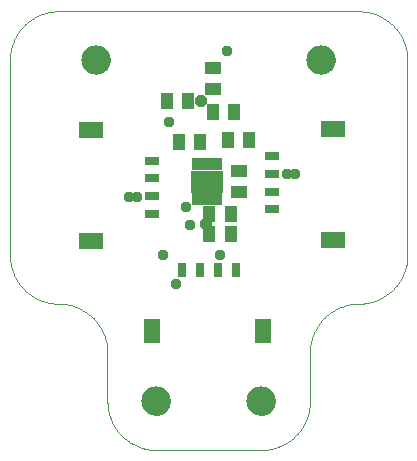
<source format=gbs>
G75*
%MOIN*%
%OFA0B0*%
%FSLAX25Y25*%
%IPPOS*%
%LPD*%
%AMOC8*
5,1,8,0,0,1.08239X$1,22.5*
%
%ADD10C,0.00000*%
%ADD11C,0.09800*%
%ADD12R,0.03950X0.05524*%
%ADD13R,0.05524X0.03950*%
%ADD14R,0.02000X0.04000*%
%ADD15R,0.10600X0.07700*%
%ADD16R,0.04737X0.03162*%
%ADD17R,0.07887X0.05721*%
%ADD18R,0.03162X0.04737*%
%ADD19R,0.05721X0.07887*%
%ADD20C,0.03778*%
%ADD21OC8,0.03778*%
D10*
X0047650Y0035150D02*
X0047645Y0035543D01*
X0047631Y0035935D01*
X0047607Y0036327D01*
X0047574Y0036718D01*
X0047532Y0037109D01*
X0047479Y0037498D01*
X0047418Y0037886D01*
X0047347Y0038272D01*
X0047267Y0038656D01*
X0047178Y0039039D01*
X0047079Y0039419D01*
X0046971Y0039797D01*
X0046855Y0040172D01*
X0046729Y0040544D01*
X0046594Y0040912D01*
X0046450Y0041278D01*
X0046298Y0041640D01*
X0046137Y0041998D01*
X0045967Y0042352D01*
X0045789Y0042702D01*
X0045602Y0043047D01*
X0045407Y0043388D01*
X0045204Y0043724D01*
X0044993Y0044055D01*
X0044773Y0044381D01*
X0044547Y0044702D01*
X0044312Y0045016D01*
X0044070Y0045326D01*
X0043820Y0045629D01*
X0043563Y0045926D01*
X0043299Y0046217D01*
X0043028Y0046501D01*
X0042751Y0046778D01*
X0042467Y0047049D01*
X0042176Y0047313D01*
X0041879Y0047570D01*
X0041576Y0047820D01*
X0041266Y0048062D01*
X0040952Y0048297D01*
X0040631Y0048523D01*
X0040305Y0048743D01*
X0039974Y0048954D01*
X0039638Y0049157D01*
X0039297Y0049352D01*
X0038952Y0049539D01*
X0038602Y0049717D01*
X0038248Y0049887D01*
X0037890Y0050048D01*
X0037528Y0050200D01*
X0037162Y0050344D01*
X0036794Y0050479D01*
X0036422Y0050605D01*
X0036047Y0050721D01*
X0035669Y0050829D01*
X0035289Y0050928D01*
X0034906Y0051017D01*
X0034522Y0051097D01*
X0034136Y0051168D01*
X0033748Y0051229D01*
X0033359Y0051282D01*
X0032968Y0051324D01*
X0032577Y0051357D01*
X0032185Y0051381D01*
X0031793Y0051395D01*
X0031400Y0051400D01*
X0031007Y0051405D01*
X0030615Y0051419D01*
X0030223Y0051443D01*
X0029832Y0051476D01*
X0029441Y0051518D01*
X0029052Y0051571D01*
X0028664Y0051632D01*
X0028278Y0051703D01*
X0027894Y0051783D01*
X0027511Y0051872D01*
X0027131Y0051971D01*
X0026753Y0052079D01*
X0026378Y0052195D01*
X0026006Y0052321D01*
X0025638Y0052456D01*
X0025272Y0052600D01*
X0024910Y0052752D01*
X0024552Y0052913D01*
X0024198Y0053083D01*
X0023848Y0053261D01*
X0023503Y0053448D01*
X0023162Y0053643D01*
X0022826Y0053846D01*
X0022495Y0054057D01*
X0022169Y0054277D01*
X0021848Y0054503D01*
X0021534Y0054738D01*
X0021224Y0054980D01*
X0020921Y0055230D01*
X0020624Y0055487D01*
X0020333Y0055751D01*
X0020049Y0056022D01*
X0019772Y0056299D01*
X0019501Y0056583D01*
X0019237Y0056874D01*
X0018980Y0057171D01*
X0018730Y0057474D01*
X0018488Y0057784D01*
X0018253Y0058098D01*
X0018027Y0058419D01*
X0017807Y0058745D01*
X0017596Y0059076D01*
X0017393Y0059412D01*
X0017198Y0059753D01*
X0017011Y0060098D01*
X0016833Y0060448D01*
X0016663Y0060802D01*
X0016502Y0061160D01*
X0016350Y0061522D01*
X0016206Y0061888D01*
X0016071Y0062256D01*
X0015945Y0062628D01*
X0015829Y0063003D01*
X0015721Y0063381D01*
X0015622Y0063761D01*
X0015533Y0064144D01*
X0015453Y0064528D01*
X0015382Y0064914D01*
X0015321Y0065302D01*
X0015268Y0065691D01*
X0015226Y0066082D01*
X0015193Y0066473D01*
X0015169Y0066865D01*
X0015155Y0067257D01*
X0015150Y0067650D01*
X0015150Y0132650D01*
X0015155Y0133043D01*
X0015169Y0133435D01*
X0015193Y0133827D01*
X0015226Y0134218D01*
X0015268Y0134609D01*
X0015321Y0134998D01*
X0015382Y0135386D01*
X0015453Y0135772D01*
X0015533Y0136156D01*
X0015622Y0136539D01*
X0015721Y0136919D01*
X0015829Y0137297D01*
X0015945Y0137672D01*
X0016071Y0138044D01*
X0016206Y0138412D01*
X0016350Y0138778D01*
X0016502Y0139140D01*
X0016663Y0139498D01*
X0016833Y0139852D01*
X0017011Y0140202D01*
X0017198Y0140547D01*
X0017393Y0140888D01*
X0017596Y0141224D01*
X0017807Y0141555D01*
X0018027Y0141881D01*
X0018253Y0142202D01*
X0018488Y0142516D01*
X0018730Y0142826D01*
X0018980Y0143129D01*
X0019237Y0143426D01*
X0019501Y0143717D01*
X0019772Y0144001D01*
X0020049Y0144278D01*
X0020333Y0144549D01*
X0020624Y0144813D01*
X0020921Y0145070D01*
X0021224Y0145320D01*
X0021534Y0145562D01*
X0021848Y0145797D01*
X0022169Y0146023D01*
X0022495Y0146243D01*
X0022826Y0146454D01*
X0023162Y0146657D01*
X0023503Y0146852D01*
X0023848Y0147039D01*
X0024198Y0147217D01*
X0024552Y0147387D01*
X0024910Y0147548D01*
X0025272Y0147700D01*
X0025638Y0147844D01*
X0026006Y0147979D01*
X0026378Y0148105D01*
X0026753Y0148221D01*
X0027131Y0148329D01*
X0027511Y0148428D01*
X0027894Y0148517D01*
X0028278Y0148597D01*
X0028664Y0148668D01*
X0029052Y0148729D01*
X0029441Y0148782D01*
X0029832Y0148824D01*
X0030223Y0148857D01*
X0030615Y0148881D01*
X0031007Y0148895D01*
X0031400Y0148900D01*
X0131400Y0148900D01*
X0131793Y0148895D01*
X0132185Y0148881D01*
X0132577Y0148857D01*
X0132968Y0148824D01*
X0133359Y0148782D01*
X0133748Y0148729D01*
X0134136Y0148668D01*
X0134522Y0148597D01*
X0134906Y0148517D01*
X0135289Y0148428D01*
X0135669Y0148329D01*
X0136047Y0148221D01*
X0136422Y0148105D01*
X0136794Y0147979D01*
X0137162Y0147844D01*
X0137528Y0147700D01*
X0137890Y0147548D01*
X0138248Y0147387D01*
X0138602Y0147217D01*
X0138952Y0147039D01*
X0139297Y0146852D01*
X0139638Y0146657D01*
X0139974Y0146454D01*
X0140305Y0146243D01*
X0140631Y0146023D01*
X0140952Y0145797D01*
X0141266Y0145562D01*
X0141576Y0145320D01*
X0141879Y0145070D01*
X0142176Y0144813D01*
X0142467Y0144549D01*
X0142751Y0144278D01*
X0143028Y0144001D01*
X0143299Y0143717D01*
X0143563Y0143426D01*
X0143820Y0143129D01*
X0144070Y0142826D01*
X0144312Y0142516D01*
X0144547Y0142202D01*
X0144773Y0141881D01*
X0144993Y0141555D01*
X0145204Y0141224D01*
X0145407Y0140888D01*
X0145602Y0140547D01*
X0145789Y0140202D01*
X0145967Y0139852D01*
X0146137Y0139498D01*
X0146298Y0139140D01*
X0146450Y0138778D01*
X0146594Y0138412D01*
X0146729Y0138044D01*
X0146855Y0137672D01*
X0146971Y0137297D01*
X0147079Y0136919D01*
X0147178Y0136539D01*
X0147267Y0136156D01*
X0147347Y0135772D01*
X0147418Y0135386D01*
X0147479Y0134998D01*
X0147532Y0134609D01*
X0147574Y0134218D01*
X0147607Y0133827D01*
X0147631Y0133435D01*
X0147645Y0133043D01*
X0147650Y0132650D01*
X0147650Y0067650D01*
X0147645Y0067257D01*
X0147631Y0066865D01*
X0147607Y0066473D01*
X0147574Y0066082D01*
X0147532Y0065691D01*
X0147479Y0065302D01*
X0147418Y0064914D01*
X0147347Y0064528D01*
X0147267Y0064144D01*
X0147178Y0063761D01*
X0147079Y0063381D01*
X0146971Y0063003D01*
X0146855Y0062628D01*
X0146729Y0062256D01*
X0146594Y0061888D01*
X0146450Y0061522D01*
X0146298Y0061160D01*
X0146137Y0060802D01*
X0145967Y0060448D01*
X0145789Y0060098D01*
X0145602Y0059753D01*
X0145407Y0059412D01*
X0145204Y0059076D01*
X0144993Y0058745D01*
X0144773Y0058419D01*
X0144547Y0058098D01*
X0144312Y0057784D01*
X0144070Y0057474D01*
X0143820Y0057171D01*
X0143563Y0056874D01*
X0143299Y0056583D01*
X0143028Y0056299D01*
X0142751Y0056022D01*
X0142467Y0055751D01*
X0142176Y0055487D01*
X0141879Y0055230D01*
X0141576Y0054980D01*
X0141266Y0054738D01*
X0140952Y0054503D01*
X0140631Y0054277D01*
X0140305Y0054057D01*
X0139974Y0053846D01*
X0139638Y0053643D01*
X0139297Y0053448D01*
X0138952Y0053261D01*
X0138602Y0053083D01*
X0138248Y0052913D01*
X0137890Y0052752D01*
X0137528Y0052600D01*
X0137162Y0052456D01*
X0136794Y0052321D01*
X0136422Y0052195D01*
X0136047Y0052079D01*
X0135669Y0051971D01*
X0135289Y0051872D01*
X0134906Y0051783D01*
X0134522Y0051703D01*
X0134136Y0051632D01*
X0133748Y0051571D01*
X0133359Y0051518D01*
X0132968Y0051476D01*
X0132577Y0051443D01*
X0132185Y0051419D01*
X0131793Y0051405D01*
X0131400Y0051400D01*
X0131007Y0051395D01*
X0130615Y0051381D01*
X0130223Y0051357D01*
X0129832Y0051324D01*
X0129441Y0051282D01*
X0129052Y0051229D01*
X0128664Y0051168D01*
X0128278Y0051097D01*
X0127894Y0051017D01*
X0127511Y0050928D01*
X0127131Y0050829D01*
X0126753Y0050721D01*
X0126378Y0050605D01*
X0126006Y0050479D01*
X0125638Y0050344D01*
X0125272Y0050200D01*
X0124910Y0050048D01*
X0124552Y0049887D01*
X0124198Y0049717D01*
X0123848Y0049539D01*
X0123503Y0049352D01*
X0123162Y0049157D01*
X0122826Y0048954D01*
X0122495Y0048743D01*
X0122169Y0048523D01*
X0121848Y0048297D01*
X0121534Y0048062D01*
X0121224Y0047820D01*
X0120921Y0047570D01*
X0120624Y0047313D01*
X0120333Y0047049D01*
X0120049Y0046778D01*
X0119772Y0046501D01*
X0119501Y0046217D01*
X0119237Y0045926D01*
X0118980Y0045629D01*
X0118730Y0045326D01*
X0118488Y0045016D01*
X0118253Y0044702D01*
X0118027Y0044381D01*
X0117807Y0044055D01*
X0117596Y0043724D01*
X0117393Y0043388D01*
X0117198Y0043047D01*
X0117011Y0042702D01*
X0116833Y0042352D01*
X0116663Y0041998D01*
X0116502Y0041640D01*
X0116350Y0041278D01*
X0116206Y0040912D01*
X0116071Y0040544D01*
X0115945Y0040172D01*
X0115829Y0039797D01*
X0115721Y0039419D01*
X0115622Y0039039D01*
X0115533Y0038656D01*
X0115453Y0038272D01*
X0115382Y0037886D01*
X0115321Y0037498D01*
X0115268Y0037109D01*
X0115226Y0036718D01*
X0115193Y0036327D01*
X0115169Y0035935D01*
X0115155Y0035543D01*
X0115150Y0035150D01*
X0115150Y0018900D01*
X0115145Y0018507D01*
X0115131Y0018115D01*
X0115107Y0017723D01*
X0115074Y0017332D01*
X0115032Y0016941D01*
X0114979Y0016552D01*
X0114918Y0016164D01*
X0114847Y0015778D01*
X0114767Y0015394D01*
X0114678Y0015011D01*
X0114579Y0014631D01*
X0114471Y0014253D01*
X0114355Y0013878D01*
X0114229Y0013506D01*
X0114094Y0013138D01*
X0113950Y0012772D01*
X0113798Y0012410D01*
X0113637Y0012052D01*
X0113467Y0011698D01*
X0113289Y0011348D01*
X0113102Y0011003D01*
X0112907Y0010662D01*
X0112704Y0010326D01*
X0112493Y0009995D01*
X0112273Y0009669D01*
X0112047Y0009348D01*
X0111812Y0009034D01*
X0111570Y0008724D01*
X0111320Y0008421D01*
X0111063Y0008124D01*
X0110799Y0007833D01*
X0110528Y0007549D01*
X0110251Y0007272D01*
X0109967Y0007001D01*
X0109676Y0006737D01*
X0109379Y0006480D01*
X0109076Y0006230D01*
X0108766Y0005988D01*
X0108452Y0005753D01*
X0108131Y0005527D01*
X0107805Y0005307D01*
X0107474Y0005096D01*
X0107138Y0004893D01*
X0106797Y0004698D01*
X0106452Y0004511D01*
X0106102Y0004333D01*
X0105748Y0004163D01*
X0105390Y0004002D01*
X0105028Y0003850D01*
X0104662Y0003706D01*
X0104294Y0003571D01*
X0103922Y0003445D01*
X0103547Y0003329D01*
X0103169Y0003221D01*
X0102789Y0003122D01*
X0102406Y0003033D01*
X0102022Y0002953D01*
X0101636Y0002882D01*
X0101248Y0002821D01*
X0100859Y0002768D01*
X0100468Y0002726D01*
X0100077Y0002693D01*
X0099685Y0002669D01*
X0099293Y0002655D01*
X0098900Y0002650D01*
X0063900Y0002650D01*
X0063507Y0002655D01*
X0063115Y0002669D01*
X0062723Y0002693D01*
X0062332Y0002726D01*
X0061941Y0002768D01*
X0061552Y0002821D01*
X0061164Y0002882D01*
X0060778Y0002953D01*
X0060394Y0003033D01*
X0060011Y0003122D01*
X0059631Y0003221D01*
X0059253Y0003329D01*
X0058878Y0003445D01*
X0058506Y0003571D01*
X0058138Y0003706D01*
X0057772Y0003850D01*
X0057410Y0004002D01*
X0057052Y0004163D01*
X0056698Y0004333D01*
X0056348Y0004511D01*
X0056003Y0004698D01*
X0055662Y0004893D01*
X0055326Y0005096D01*
X0054995Y0005307D01*
X0054669Y0005527D01*
X0054348Y0005753D01*
X0054034Y0005988D01*
X0053724Y0006230D01*
X0053421Y0006480D01*
X0053124Y0006737D01*
X0052833Y0007001D01*
X0052549Y0007272D01*
X0052272Y0007549D01*
X0052001Y0007833D01*
X0051737Y0008124D01*
X0051480Y0008421D01*
X0051230Y0008724D01*
X0050988Y0009034D01*
X0050753Y0009348D01*
X0050527Y0009669D01*
X0050307Y0009995D01*
X0050096Y0010326D01*
X0049893Y0010662D01*
X0049698Y0011003D01*
X0049511Y0011348D01*
X0049333Y0011698D01*
X0049163Y0012052D01*
X0049002Y0012410D01*
X0048850Y0012772D01*
X0048706Y0013138D01*
X0048571Y0013506D01*
X0048445Y0013878D01*
X0048329Y0014253D01*
X0048221Y0014631D01*
X0048122Y0015011D01*
X0048033Y0015394D01*
X0047953Y0015778D01*
X0047882Y0016164D01*
X0047821Y0016552D01*
X0047768Y0016941D01*
X0047726Y0017332D01*
X0047693Y0017723D01*
X0047669Y0018115D01*
X0047655Y0018507D01*
X0047650Y0018900D01*
X0047650Y0035150D01*
X0059400Y0018900D02*
X0059402Y0019034D01*
X0059408Y0019168D01*
X0059418Y0019301D01*
X0059432Y0019435D01*
X0059450Y0019568D01*
X0059472Y0019700D01*
X0059497Y0019831D01*
X0059527Y0019962D01*
X0059561Y0020092D01*
X0059598Y0020220D01*
X0059639Y0020348D01*
X0059684Y0020474D01*
X0059733Y0020599D01*
X0059785Y0020722D01*
X0059841Y0020844D01*
X0059901Y0020964D01*
X0059964Y0021082D01*
X0060031Y0021198D01*
X0060101Y0021312D01*
X0060175Y0021424D01*
X0060252Y0021534D01*
X0060332Y0021642D01*
X0060415Y0021747D01*
X0060501Y0021849D01*
X0060590Y0021949D01*
X0060683Y0022046D01*
X0060778Y0022141D01*
X0060876Y0022232D01*
X0060976Y0022321D01*
X0061079Y0022406D01*
X0061185Y0022489D01*
X0061293Y0022568D01*
X0061403Y0022644D01*
X0061516Y0022717D01*
X0061631Y0022786D01*
X0061747Y0022852D01*
X0061866Y0022914D01*
X0061986Y0022973D01*
X0062109Y0023028D01*
X0062232Y0023080D01*
X0062357Y0023127D01*
X0062484Y0023171D01*
X0062612Y0023212D01*
X0062741Y0023248D01*
X0062871Y0023281D01*
X0063002Y0023309D01*
X0063133Y0023334D01*
X0063266Y0023355D01*
X0063399Y0023372D01*
X0063532Y0023385D01*
X0063666Y0023394D01*
X0063800Y0023399D01*
X0063934Y0023400D01*
X0064067Y0023397D01*
X0064201Y0023390D01*
X0064335Y0023379D01*
X0064468Y0023364D01*
X0064601Y0023345D01*
X0064733Y0023322D01*
X0064864Y0023296D01*
X0064994Y0023265D01*
X0065124Y0023230D01*
X0065252Y0023192D01*
X0065379Y0023150D01*
X0065505Y0023104D01*
X0065630Y0023054D01*
X0065753Y0023001D01*
X0065874Y0022944D01*
X0065994Y0022883D01*
X0066111Y0022819D01*
X0066227Y0022752D01*
X0066341Y0022681D01*
X0066452Y0022606D01*
X0066561Y0022529D01*
X0066668Y0022448D01*
X0066773Y0022364D01*
X0066874Y0022277D01*
X0066974Y0022187D01*
X0067070Y0022094D01*
X0067164Y0021998D01*
X0067255Y0021899D01*
X0067342Y0021798D01*
X0067427Y0021694D01*
X0067509Y0021588D01*
X0067587Y0021480D01*
X0067662Y0021369D01*
X0067734Y0021256D01*
X0067803Y0021140D01*
X0067868Y0021023D01*
X0067929Y0020904D01*
X0067987Y0020783D01*
X0068041Y0020661D01*
X0068092Y0020537D01*
X0068139Y0020411D01*
X0068182Y0020284D01*
X0068221Y0020156D01*
X0068257Y0020027D01*
X0068288Y0019897D01*
X0068316Y0019766D01*
X0068340Y0019634D01*
X0068360Y0019501D01*
X0068376Y0019368D01*
X0068388Y0019235D01*
X0068396Y0019101D01*
X0068400Y0018967D01*
X0068400Y0018833D01*
X0068396Y0018699D01*
X0068388Y0018565D01*
X0068376Y0018432D01*
X0068360Y0018299D01*
X0068340Y0018166D01*
X0068316Y0018034D01*
X0068288Y0017903D01*
X0068257Y0017773D01*
X0068221Y0017644D01*
X0068182Y0017516D01*
X0068139Y0017389D01*
X0068092Y0017263D01*
X0068041Y0017139D01*
X0067987Y0017017D01*
X0067929Y0016896D01*
X0067868Y0016777D01*
X0067803Y0016660D01*
X0067734Y0016544D01*
X0067662Y0016431D01*
X0067587Y0016320D01*
X0067509Y0016212D01*
X0067427Y0016106D01*
X0067342Y0016002D01*
X0067255Y0015901D01*
X0067164Y0015802D01*
X0067070Y0015706D01*
X0066974Y0015613D01*
X0066874Y0015523D01*
X0066773Y0015436D01*
X0066668Y0015352D01*
X0066561Y0015271D01*
X0066452Y0015194D01*
X0066341Y0015119D01*
X0066227Y0015048D01*
X0066111Y0014981D01*
X0065994Y0014917D01*
X0065874Y0014856D01*
X0065753Y0014799D01*
X0065630Y0014746D01*
X0065505Y0014696D01*
X0065379Y0014650D01*
X0065252Y0014608D01*
X0065124Y0014570D01*
X0064994Y0014535D01*
X0064864Y0014504D01*
X0064733Y0014478D01*
X0064601Y0014455D01*
X0064468Y0014436D01*
X0064335Y0014421D01*
X0064201Y0014410D01*
X0064067Y0014403D01*
X0063934Y0014400D01*
X0063800Y0014401D01*
X0063666Y0014406D01*
X0063532Y0014415D01*
X0063399Y0014428D01*
X0063266Y0014445D01*
X0063133Y0014466D01*
X0063002Y0014491D01*
X0062871Y0014519D01*
X0062741Y0014552D01*
X0062612Y0014588D01*
X0062484Y0014629D01*
X0062357Y0014673D01*
X0062232Y0014720D01*
X0062109Y0014772D01*
X0061986Y0014827D01*
X0061866Y0014886D01*
X0061747Y0014948D01*
X0061631Y0015014D01*
X0061516Y0015083D01*
X0061403Y0015156D01*
X0061293Y0015232D01*
X0061185Y0015311D01*
X0061079Y0015394D01*
X0060976Y0015479D01*
X0060876Y0015568D01*
X0060778Y0015659D01*
X0060683Y0015754D01*
X0060590Y0015851D01*
X0060501Y0015951D01*
X0060415Y0016053D01*
X0060332Y0016158D01*
X0060252Y0016266D01*
X0060175Y0016376D01*
X0060101Y0016488D01*
X0060031Y0016602D01*
X0059964Y0016718D01*
X0059901Y0016836D01*
X0059841Y0016956D01*
X0059785Y0017078D01*
X0059733Y0017201D01*
X0059684Y0017326D01*
X0059639Y0017452D01*
X0059598Y0017580D01*
X0059561Y0017708D01*
X0059527Y0017838D01*
X0059497Y0017969D01*
X0059472Y0018100D01*
X0059450Y0018232D01*
X0059432Y0018365D01*
X0059418Y0018499D01*
X0059408Y0018632D01*
X0059402Y0018766D01*
X0059400Y0018900D01*
X0094400Y0018900D02*
X0094402Y0019034D01*
X0094408Y0019168D01*
X0094418Y0019301D01*
X0094432Y0019435D01*
X0094450Y0019568D01*
X0094472Y0019700D01*
X0094497Y0019831D01*
X0094527Y0019962D01*
X0094561Y0020092D01*
X0094598Y0020220D01*
X0094639Y0020348D01*
X0094684Y0020474D01*
X0094733Y0020599D01*
X0094785Y0020722D01*
X0094841Y0020844D01*
X0094901Y0020964D01*
X0094964Y0021082D01*
X0095031Y0021198D01*
X0095101Y0021312D01*
X0095175Y0021424D01*
X0095252Y0021534D01*
X0095332Y0021642D01*
X0095415Y0021747D01*
X0095501Y0021849D01*
X0095590Y0021949D01*
X0095683Y0022046D01*
X0095778Y0022141D01*
X0095876Y0022232D01*
X0095976Y0022321D01*
X0096079Y0022406D01*
X0096185Y0022489D01*
X0096293Y0022568D01*
X0096403Y0022644D01*
X0096516Y0022717D01*
X0096631Y0022786D01*
X0096747Y0022852D01*
X0096866Y0022914D01*
X0096986Y0022973D01*
X0097109Y0023028D01*
X0097232Y0023080D01*
X0097357Y0023127D01*
X0097484Y0023171D01*
X0097612Y0023212D01*
X0097741Y0023248D01*
X0097871Y0023281D01*
X0098002Y0023309D01*
X0098133Y0023334D01*
X0098266Y0023355D01*
X0098399Y0023372D01*
X0098532Y0023385D01*
X0098666Y0023394D01*
X0098800Y0023399D01*
X0098934Y0023400D01*
X0099067Y0023397D01*
X0099201Y0023390D01*
X0099335Y0023379D01*
X0099468Y0023364D01*
X0099601Y0023345D01*
X0099733Y0023322D01*
X0099864Y0023296D01*
X0099994Y0023265D01*
X0100124Y0023230D01*
X0100252Y0023192D01*
X0100379Y0023150D01*
X0100505Y0023104D01*
X0100630Y0023054D01*
X0100753Y0023001D01*
X0100874Y0022944D01*
X0100994Y0022883D01*
X0101111Y0022819D01*
X0101227Y0022752D01*
X0101341Y0022681D01*
X0101452Y0022606D01*
X0101561Y0022529D01*
X0101668Y0022448D01*
X0101773Y0022364D01*
X0101874Y0022277D01*
X0101974Y0022187D01*
X0102070Y0022094D01*
X0102164Y0021998D01*
X0102255Y0021899D01*
X0102342Y0021798D01*
X0102427Y0021694D01*
X0102509Y0021588D01*
X0102587Y0021480D01*
X0102662Y0021369D01*
X0102734Y0021256D01*
X0102803Y0021140D01*
X0102868Y0021023D01*
X0102929Y0020904D01*
X0102987Y0020783D01*
X0103041Y0020661D01*
X0103092Y0020537D01*
X0103139Y0020411D01*
X0103182Y0020284D01*
X0103221Y0020156D01*
X0103257Y0020027D01*
X0103288Y0019897D01*
X0103316Y0019766D01*
X0103340Y0019634D01*
X0103360Y0019501D01*
X0103376Y0019368D01*
X0103388Y0019235D01*
X0103396Y0019101D01*
X0103400Y0018967D01*
X0103400Y0018833D01*
X0103396Y0018699D01*
X0103388Y0018565D01*
X0103376Y0018432D01*
X0103360Y0018299D01*
X0103340Y0018166D01*
X0103316Y0018034D01*
X0103288Y0017903D01*
X0103257Y0017773D01*
X0103221Y0017644D01*
X0103182Y0017516D01*
X0103139Y0017389D01*
X0103092Y0017263D01*
X0103041Y0017139D01*
X0102987Y0017017D01*
X0102929Y0016896D01*
X0102868Y0016777D01*
X0102803Y0016660D01*
X0102734Y0016544D01*
X0102662Y0016431D01*
X0102587Y0016320D01*
X0102509Y0016212D01*
X0102427Y0016106D01*
X0102342Y0016002D01*
X0102255Y0015901D01*
X0102164Y0015802D01*
X0102070Y0015706D01*
X0101974Y0015613D01*
X0101874Y0015523D01*
X0101773Y0015436D01*
X0101668Y0015352D01*
X0101561Y0015271D01*
X0101452Y0015194D01*
X0101341Y0015119D01*
X0101227Y0015048D01*
X0101111Y0014981D01*
X0100994Y0014917D01*
X0100874Y0014856D01*
X0100753Y0014799D01*
X0100630Y0014746D01*
X0100505Y0014696D01*
X0100379Y0014650D01*
X0100252Y0014608D01*
X0100124Y0014570D01*
X0099994Y0014535D01*
X0099864Y0014504D01*
X0099733Y0014478D01*
X0099601Y0014455D01*
X0099468Y0014436D01*
X0099335Y0014421D01*
X0099201Y0014410D01*
X0099067Y0014403D01*
X0098934Y0014400D01*
X0098800Y0014401D01*
X0098666Y0014406D01*
X0098532Y0014415D01*
X0098399Y0014428D01*
X0098266Y0014445D01*
X0098133Y0014466D01*
X0098002Y0014491D01*
X0097871Y0014519D01*
X0097741Y0014552D01*
X0097612Y0014588D01*
X0097484Y0014629D01*
X0097357Y0014673D01*
X0097232Y0014720D01*
X0097109Y0014772D01*
X0096986Y0014827D01*
X0096866Y0014886D01*
X0096747Y0014948D01*
X0096631Y0015014D01*
X0096516Y0015083D01*
X0096403Y0015156D01*
X0096293Y0015232D01*
X0096185Y0015311D01*
X0096079Y0015394D01*
X0095976Y0015479D01*
X0095876Y0015568D01*
X0095778Y0015659D01*
X0095683Y0015754D01*
X0095590Y0015851D01*
X0095501Y0015951D01*
X0095415Y0016053D01*
X0095332Y0016158D01*
X0095252Y0016266D01*
X0095175Y0016376D01*
X0095101Y0016488D01*
X0095031Y0016602D01*
X0094964Y0016718D01*
X0094901Y0016836D01*
X0094841Y0016956D01*
X0094785Y0017078D01*
X0094733Y0017201D01*
X0094684Y0017326D01*
X0094639Y0017452D01*
X0094598Y0017580D01*
X0094561Y0017708D01*
X0094527Y0017838D01*
X0094497Y0017969D01*
X0094472Y0018100D01*
X0094450Y0018232D01*
X0094432Y0018365D01*
X0094418Y0018499D01*
X0094408Y0018632D01*
X0094402Y0018766D01*
X0094400Y0018900D01*
X0114400Y0132650D02*
X0114402Y0132784D01*
X0114408Y0132918D01*
X0114418Y0133051D01*
X0114432Y0133185D01*
X0114450Y0133318D01*
X0114472Y0133450D01*
X0114497Y0133581D01*
X0114527Y0133712D01*
X0114561Y0133842D01*
X0114598Y0133970D01*
X0114639Y0134098D01*
X0114684Y0134224D01*
X0114733Y0134349D01*
X0114785Y0134472D01*
X0114841Y0134594D01*
X0114901Y0134714D01*
X0114964Y0134832D01*
X0115031Y0134948D01*
X0115101Y0135062D01*
X0115175Y0135174D01*
X0115252Y0135284D01*
X0115332Y0135392D01*
X0115415Y0135497D01*
X0115501Y0135599D01*
X0115590Y0135699D01*
X0115683Y0135796D01*
X0115778Y0135891D01*
X0115876Y0135982D01*
X0115976Y0136071D01*
X0116079Y0136156D01*
X0116185Y0136239D01*
X0116293Y0136318D01*
X0116403Y0136394D01*
X0116516Y0136467D01*
X0116631Y0136536D01*
X0116747Y0136602D01*
X0116866Y0136664D01*
X0116986Y0136723D01*
X0117109Y0136778D01*
X0117232Y0136830D01*
X0117357Y0136877D01*
X0117484Y0136921D01*
X0117612Y0136962D01*
X0117741Y0136998D01*
X0117871Y0137031D01*
X0118002Y0137059D01*
X0118133Y0137084D01*
X0118266Y0137105D01*
X0118399Y0137122D01*
X0118532Y0137135D01*
X0118666Y0137144D01*
X0118800Y0137149D01*
X0118934Y0137150D01*
X0119067Y0137147D01*
X0119201Y0137140D01*
X0119335Y0137129D01*
X0119468Y0137114D01*
X0119601Y0137095D01*
X0119733Y0137072D01*
X0119864Y0137046D01*
X0119994Y0137015D01*
X0120124Y0136980D01*
X0120252Y0136942D01*
X0120379Y0136900D01*
X0120505Y0136854D01*
X0120630Y0136804D01*
X0120753Y0136751D01*
X0120874Y0136694D01*
X0120994Y0136633D01*
X0121111Y0136569D01*
X0121227Y0136502D01*
X0121341Y0136431D01*
X0121452Y0136356D01*
X0121561Y0136279D01*
X0121668Y0136198D01*
X0121773Y0136114D01*
X0121874Y0136027D01*
X0121974Y0135937D01*
X0122070Y0135844D01*
X0122164Y0135748D01*
X0122255Y0135649D01*
X0122342Y0135548D01*
X0122427Y0135444D01*
X0122509Y0135338D01*
X0122587Y0135230D01*
X0122662Y0135119D01*
X0122734Y0135006D01*
X0122803Y0134890D01*
X0122868Y0134773D01*
X0122929Y0134654D01*
X0122987Y0134533D01*
X0123041Y0134411D01*
X0123092Y0134287D01*
X0123139Y0134161D01*
X0123182Y0134034D01*
X0123221Y0133906D01*
X0123257Y0133777D01*
X0123288Y0133647D01*
X0123316Y0133516D01*
X0123340Y0133384D01*
X0123360Y0133251D01*
X0123376Y0133118D01*
X0123388Y0132985D01*
X0123396Y0132851D01*
X0123400Y0132717D01*
X0123400Y0132583D01*
X0123396Y0132449D01*
X0123388Y0132315D01*
X0123376Y0132182D01*
X0123360Y0132049D01*
X0123340Y0131916D01*
X0123316Y0131784D01*
X0123288Y0131653D01*
X0123257Y0131523D01*
X0123221Y0131394D01*
X0123182Y0131266D01*
X0123139Y0131139D01*
X0123092Y0131013D01*
X0123041Y0130889D01*
X0122987Y0130767D01*
X0122929Y0130646D01*
X0122868Y0130527D01*
X0122803Y0130410D01*
X0122734Y0130294D01*
X0122662Y0130181D01*
X0122587Y0130070D01*
X0122509Y0129962D01*
X0122427Y0129856D01*
X0122342Y0129752D01*
X0122255Y0129651D01*
X0122164Y0129552D01*
X0122070Y0129456D01*
X0121974Y0129363D01*
X0121874Y0129273D01*
X0121773Y0129186D01*
X0121668Y0129102D01*
X0121561Y0129021D01*
X0121452Y0128944D01*
X0121341Y0128869D01*
X0121227Y0128798D01*
X0121111Y0128731D01*
X0120994Y0128667D01*
X0120874Y0128606D01*
X0120753Y0128549D01*
X0120630Y0128496D01*
X0120505Y0128446D01*
X0120379Y0128400D01*
X0120252Y0128358D01*
X0120124Y0128320D01*
X0119994Y0128285D01*
X0119864Y0128254D01*
X0119733Y0128228D01*
X0119601Y0128205D01*
X0119468Y0128186D01*
X0119335Y0128171D01*
X0119201Y0128160D01*
X0119067Y0128153D01*
X0118934Y0128150D01*
X0118800Y0128151D01*
X0118666Y0128156D01*
X0118532Y0128165D01*
X0118399Y0128178D01*
X0118266Y0128195D01*
X0118133Y0128216D01*
X0118002Y0128241D01*
X0117871Y0128269D01*
X0117741Y0128302D01*
X0117612Y0128338D01*
X0117484Y0128379D01*
X0117357Y0128423D01*
X0117232Y0128470D01*
X0117109Y0128522D01*
X0116986Y0128577D01*
X0116866Y0128636D01*
X0116747Y0128698D01*
X0116631Y0128764D01*
X0116516Y0128833D01*
X0116403Y0128906D01*
X0116293Y0128982D01*
X0116185Y0129061D01*
X0116079Y0129144D01*
X0115976Y0129229D01*
X0115876Y0129318D01*
X0115778Y0129409D01*
X0115683Y0129504D01*
X0115590Y0129601D01*
X0115501Y0129701D01*
X0115415Y0129803D01*
X0115332Y0129908D01*
X0115252Y0130016D01*
X0115175Y0130126D01*
X0115101Y0130238D01*
X0115031Y0130352D01*
X0114964Y0130468D01*
X0114901Y0130586D01*
X0114841Y0130706D01*
X0114785Y0130828D01*
X0114733Y0130951D01*
X0114684Y0131076D01*
X0114639Y0131202D01*
X0114598Y0131330D01*
X0114561Y0131458D01*
X0114527Y0131588D01*
X0114497Y0131719D01*
X0114472Y0131850D01*
X0114450Y0131982D01*
X0114432Y0132115D01*
X0114418Y0132249D01*
X0114408Y0132382D01*
X0114402Y0132516D01*
X0114400Y0132650D01*
X0039400Y0132650D02*
X0039402Y0132784D01*
X0039408Y0132918D01*
X0039418Y0133051D01*
X0039432Y0133185D01*
X0039450Y0133318D01*
X0039472Y0133450D01*
X0039497Y0133581D01*
X0039527Y0133712D01*
X0039561Y0133842D01*
X0039598Y0133970D01*
X0039639Y0134098D01*
X0039684Y0134224D01*
X0039733Y0134349D01*
X0039785Y0134472D01*
X0039841Y0134594D01*
X0039901Y0134714D01*
X0039964Y0134832D01*
X0040031Y0134948D01*
X0040101Y0135062D01*
X0040175Y0135174D01*
X0040252Y0135284D01*
X0040332Y0135392D01*
X0040415Y0135497D01*
X0040501Y0135599D01*
X0040590Y0135699D01*
X0040683Y0135796D01*
X0040778Y0135891D01*
X0040876Y0135982D01*
X0040976Y0136071D01*
X0041079Y0136156D01*
X0041185Y0136239D01*
X0041293Y0136318D01*
X0041403Y0136394D01*
X0041516Y0136467D01*
X0041631Y0136536D01*
X0041747Y0136602D01*
X0041866Y0136664D01*
X0041986Y0136723D01*
X0042109Y0136778D01*
X0042232Y0136830D01*
X0042357Y0136877D01*
X0042484Y0136921D01*
X0042612Y0136962D01*
X0042741Y0136998D01*
X0042871Y0137031D01*
X0043002Y0137059D01*
X0043133Y0137084D01*
X0043266Y0137105D01*
X0043399Y0137122D01*
X0043532Y0137135D01*
X0043666Y0137144D01*
X0043800Y0137149D01*
X0043934Y0137150D01*
X0044067Y0137147D01*
X0044201Y0137140D01*
X0044335Y0137129D01*
X0044468Y0137114D01*
X0044601Y0137095D01*
X0044733Y0137072D01*
X0044864Y0137046D01*
X0044994Y0137015D01*
X0045124Y0136980D01*
X0045252Y0136942D01*
X0045379Y0136900D01*
X0045505Y0136854D01*
X0045630Y0136804D01*
X0045753Y0136751D01*
X0045874Y0136694D01*
X0045994Y0136633D01*
X0046111Y0136569D01*
X0046227Y0136502D01*
X0046341Y0136431D01*
X0046452Y0136356D01*
X0046561Y0136279D01*
X0046668Y0136198D01*
X0046773Y0136114D01*
X0046874Y0136027D01*
X0046974Y0135937D01*
X0047070Y0135844D01*
X0047164Y0135748D01*
X0047255Y0135649D01*
X0047342Y0135548D01*
X0047427Y0135444D01*
X0047509Y0135338D01*
X0047587Y0135230D01*
X0047662Y0135119D01*
X0047734Y0135006D01*
X0047803Y0134890D01*
X0047868Y0134773D01*
X0047929Y0134654D01*
X0047987Y0134533D01*
X0048041Y0134411D01*
X0048092Y0134287D01*
X0048139Y0134161D01*
X0048182Y0134034D01*
X0048221Y0133906D01*
X0048257Y0133777D01*
X0048288Y0133647D01*
X0048316Y0133516D01*
X0048340Y0133384D01*
X0048360Y0133251D01*
X0048376Y0133118D01*
X0048388Y0132985D01*
X0048396Y0132851D01*
X0048400Y0132717D01*
X0048400Y0132583D01*
X0048396Y0132449D01*
X0048388Y0132315D01*
X0048376Y0132182D01*
X0048360Y0132049D01*
X0048340Y0131916D01*
X0048316Y0131784D01*
X0048288Y0131653D01*
X0048257Y0131523D01*
X0048221Y0131394D01*
X0048182Y0131266D01*
X0048139Y0131139D01*
X0048092Y0131013D01*
X0048041Y0130889D01*
X0047987Y0130767D01*
X0047929Y0130646D01*
X0047868Y0130527D01*
X0047803Y0130410D01*
X0047734Y0130294D01*
X0047662Y0130181D01*
X0047587Y0130070D01*
X0047509Y0129962D01*
X0047427Y0129856D01*
X0047342Y0129752D01*
X0047255Y0129651D01*
X0047164Y0129552D01*
X0047070Y0129456D01*
X0046974Y0129363D01*
X0046874Y0129273D01*
X0046773Y0129186D01*
X0046668Y0129102D01*
X0046561Y0129021D01*
X0046452Y0128944D01*
X0046341Y0128869D01*
X0046227Y0128798D01*
X0046111Y0128731D01*
X0045994Y0128667D01*
X0045874Y0128606D01*
X0045753Y0128549D01*
X0045630Y0128496D01*
X0045505Y0128446D01*
X0045379Y0128400D01*
X0045252Y0128358D01*
X0045124Y0128320D01*
X0044994Y0128285D01*
X0044864Y0128254D01*
X0044733Y0128228D01*
X0044601Y0128205D01*
X0044468Y0128186D01*
X0044335Y0128171D01*
X0044201Y0128160D01*
X0044067Y0128153D01*
X0043934Y0128150D01*
X0043800Y0128151D01*
X0043666Y0128156D01*
X0043532Y0128165D01*
X0043399Y0128178D01*
X0043266Y0128195D01*
X0043133Y0128216D01*
X0043002Y0128241D01*
X0042871Y0128269D01*
X0042741Y0128302D01*
X0042612Y0128338D01*
X0042484Y0128379D01*
X0042357Y0128423D01*
X0042232Y0128470D01*
X0042109Y0128522D01*
X0041986Y0128577D01*
X0041866Y0128636D01*
X0041747Y0128698D01*
X0041631Y0128764D01*
X0041516Y0128833D01*
X0041403Y0128906D01*
X0041293Y0128982D01*
X0041185Y0129061D01*
X0041079Y0129144D01*
X0040976Y0129229D01*
X0040876Y0129318D01*
X0040778Y0129409D01*
X0040683Y0129504D01*
X0040590Y0129601D01*
X0040501Y0129701D01*
X0040415Y0129803D01*
X0040332Y0129908D01*
X0040252Y0130016D01*
X0040175Y0130126D01*
X0040101Y0130238D01*
X0040031Y0130352D01*
X0039964Y0130468D01*
X0039901Y0130586D01*
X0039841Y0130706D01*
X0039785Y0130828D01*
X0039733Y0130951D01*
X0039684Y0131076D01*
X0039639Y0131202D01*
X0039598Y0131330D01*
X0039561Y0131458D01*
X0039527Y0131588D01*
X0039497Y0131719D01*
X0039472Y0131850D01*
X0039450Y0131982D01*
X0039432Y0132115D01*
X0039418Y0132249D01*
X0039408Y0132382D01*
X0039402Y0132516D01*
X0039400Y0132650D01*
D11*
X0043900Y0132650D03*
X0118900Y0132650D03*
X0098900Y0018900D03*
X0063900Y0018900D03*
D12*
X0081607Y0074650D03*
X0088693Y0074650D03*
X0088693Y0081400D03*
X0081607Y0081400D03*
X0078493Y0105250D03*
X0071407Y0105250D03*
X0074443Y0118900D03*
X0067357Y0118900D03*
X0082857Y0115400D03*
X0089943Y0115400D03*
X0087857Y0105900D03*
X0094943Y0105900D03*
D13*
X0091400Y0095693D03*
X0091400Y0088607D03*
X0082900Y0122857D03*
X0082900Y0129943D03*
D14*
X0082869Y0097850D03*
X0084837Y0097850D03*
X0080900Y0097850D03*
X0078931Y0097850D03*
X0076963Y0097850D03*
X0076963Y0086450D03*
X0078931Y0086450D03*
X0080900Y0086450D03*
X0082869Y0086450D03*
X0084837Y0086450D03*
D15*
X0080900Y0092150D03*
D16*
X0062650Y0093244D03*
X0062650Y0087339D03*
X0062650Y0081433D03*
X0062650Y0099150D03*
X0102400Y0100617D03*
X0102400Y0094711D03*
X0102400Y0088806D03*
X0102400Y0082900D03*
D17*
X0122872Y0072644D03*
X0122872Y0109691D03*
X0042178Y0109406D03*
X0042178Y0072359D03*
D18*
X0072650Y0062650D03*
X0078556Y0062650D03*
X0084461Y0062650D03*
X0090367Y0062650D03*
D19*
X0099441Y0042178D03*
X0062394Y0042178D03*
D20*
X0070400Y0058150D03*
X0066204Y0067650D03*
X0075150Y0077650D03*
X0073900Y0083650D03*
X0057400Y0087150D03*
X0054900Y0087150D03*
X0068300Y0111900D03*
X0087600Y0135800D03*
X0107650Y0094650D03*
X0110150Y0094650D03*
X0085150Y0067650D03*
D21*
X0080400Y0078150D03*
X0078900Y0090650D03*
X0078900Y0093650D03*
X0082900Y0093650D03*
X0082900Y0090650D03*
X0078900Y0118900D03*
M02*

</source>
